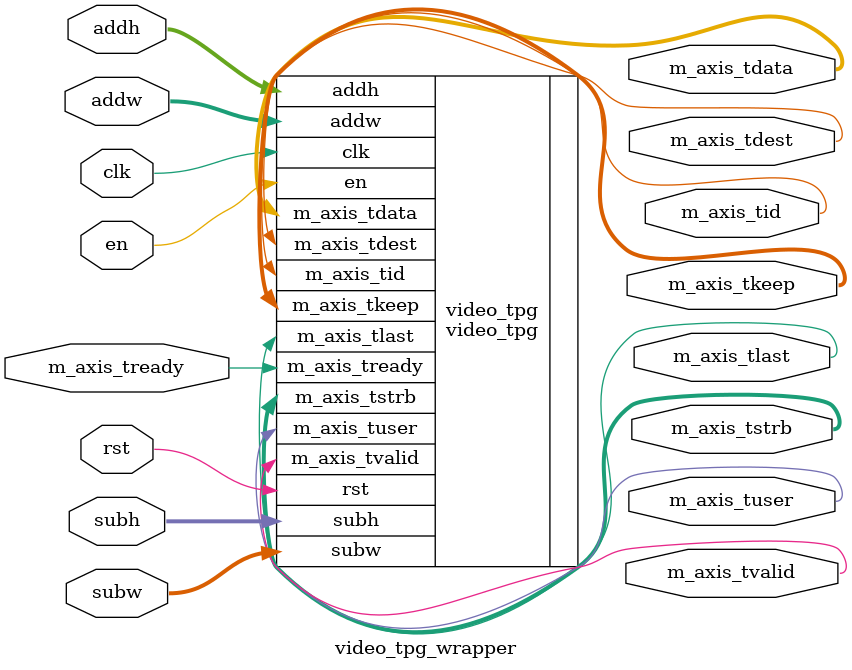
<source format=v>

module video_tpg_wrapper #(
  parameter integer DATA_WIDTH    = 32,
  parameter integer SCREEN_WIDTH  = 1280,
  parameter integer SCREEN_HEIGHT = 720
) (
  input                       rst           ,
  input                       clk           ,
  input                       en            ,
  input  [12:0]               subh          ,
  input  [12:0]               addh          ,
  input  [12:0]               subw          ,
  input  [12:0]               addw          ,
  output [DATA_WIDTH-1:0]     m_axis_tdata  ,
  output                      m_axis_tvalid ,
  input                       m_axis_tready ,
  output                      m_axis_tuser  ,
  output                      m_axis_tlast  ,
  output [(DATA_WIDTH/8)-1:0] m_axis_tstrb  ,
  output [(DATA_WIDTH/8)-1:0] m_axis_tkeep  ,
  output                      m_axis_tid    ,
  output                      m_axis_tdest  
);
///////////////////////////////////////////////////////////////////////////////////////////////////
  
  video_tpg # (
    .DATAW      (DATA_WIDTH     ),
    .SCRW       (SCREEN_WIDTH   ),
    .SCRH       (SCREEN_HEIGHT  )
  ) video_tpg (
    .rst            (rst           ),
    .clk            (clk           ),
    .subh           (subh          ),
    .addh           (addh          ),
    .subw           (subw          ),
    .addw           (addw          ),
    .en             (en            ),
    .m_axis_tdata   (m_axis_tdata  ),
    .m_axis_tvalid  (m_axis_tvalid ),
    .m_axis_tready  (m_axis_tready ),
    .m_axis_tuser   (m_axis_tuser  ),
    .m_axis_tlast   (m_axis_tlast  ),
    .m_axis_tstrb   (m_axis_tstrb  ),
    .m_axis_tkeep   (m_axis_tkeep  ),
    .m_axis_tid     (m_axis_tid    ),
    .m_axis_tdest   (m_axis_tdest  )
);


endmodule
</source>
